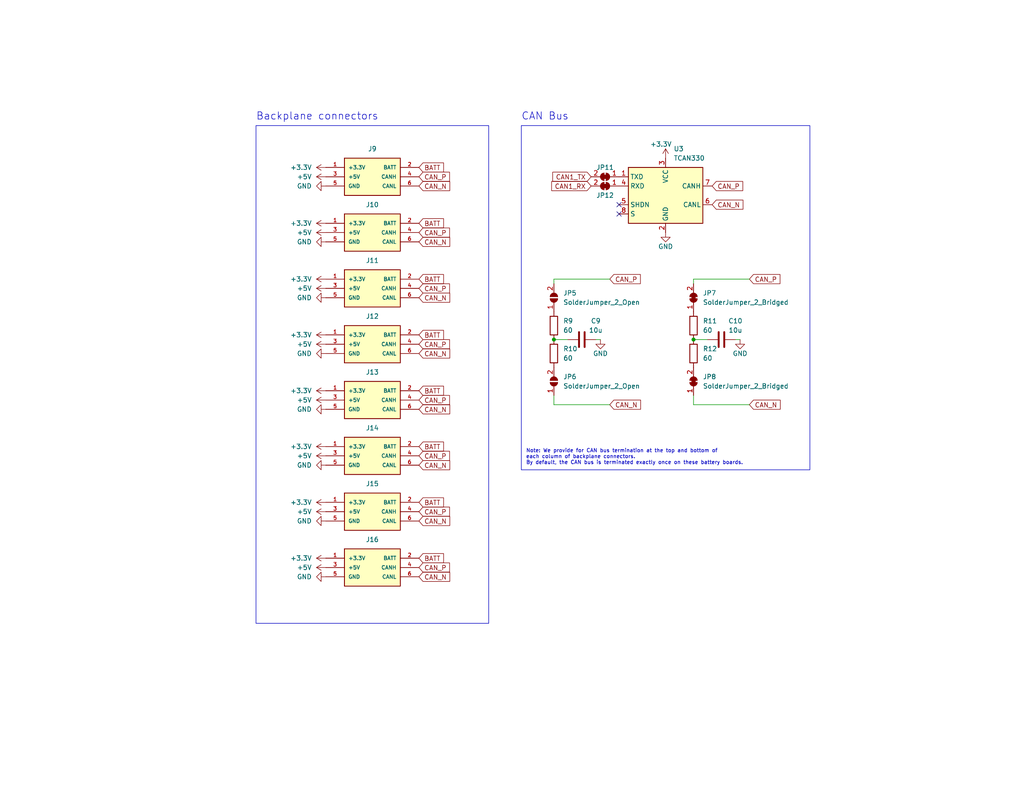
<source format=kicad_sch>
(kicad_sch (version 20230121) (generator eeschema)
  (paper "USLetter")
  (lib_symbols
    (symbol "Device:C" (pin_numbers hide) (pin_names (offset 0.254))
      (property "Reference" "C" (at 0.635 2.54 0))
      (property "Value" "C" (at 0.635 -2.54 0))
      (symbol "C_0_1"
        (polyline (pts (xy -2.032 -0.762) (xy 2.032 -0.762)) (stroke (width 0.508)))
        (polyline (pts (xy -2.032 0.762) (xy 2.032 0.762)) (stroke (width 0.508)))
      )
      (symbol "C_1_1"
        (pin passive line (at 0 3.81 270) (length 2.794) (name "~") (number "1"))
        (pin passive line (at 0 -3.81 90) (length 2.794) (name "~") (number "2"))
      )
    )
    (symbol "Device:R" (pin_numbers hide) (pin_names (offset 0))
      (property "Reference" "R" (at 2.032 0 90))
      (property "Value" "R" (at 0 0 90))
      (symbol "R_0_1"
        (rectangle (start -1.016 -2.54) (end 1.016 2.54) (stroke (width 0.254)))
      )
      (symbol "R_1_1"
        (pin passive line (at 0 3.81 270) (length 1.27) (name "~") (number "1"))
        (pin passive line (at 0 -3.81 90) (length 1.27) (name "~") (number "2"))
      )
    )
    (symbol "Interface_CAN_LIN:TCAN330"
      (property "Reference" "U" (at -10.16 8.89 0))
      (property "Value" "TCAN330" (at 2.54 8.89 0))
      (symbol "TCAN330_0_1"
        (rectangle (start -10.16 7.62) (end 10.16 -7.62) (stroke (width 0.254)) (fill (type background)))
      )
      (symbol "TCAN330_1_1"
        (pin input line (at -12.7 5.08 0) (length 2.54) (name "TXD") (number "1"))
        (pin power_in line (at 0 -10.16 90) (length 2.54) (name "GND") (number "2"))
        (pin power_in line (at 0 10.16 270) (length 2.54) (name "VCC") (number "3"))
        (pin tri_state line (at -12.7 2.54 0) (length 2.54) (name "RXD") (number "4"))
        (pin input line (at -12.7 -2.54 0) (length 2.54) (name "SHDN") (number "5"))
        (pin bidirectional line (at 12.7 -2.54 180) (length 2.54) (name "CANL") (number "6"))
        (pin bidirectional line (at 12.7 2.54 180) (length 2.54) (name "CANH") (number "7"))
        (pin input line (at -12.7 -5.08 0) (length 2.54) (name "S") (number "8"))
      )
    )
    (symbol "Jumper:SolderJumper_2_Bridged" (pin_names (offset 0) hide)
      (property "Reference" "JP" (at 0 2.032 0))
      (property "Value" "SolderJumper_2_Bridged" (at 0 -2.54 0))
      (symbol "SolderJumper_2_Bridged_0_1"
        (rectangle (start -0.508 0.508) (end 0.508 -0.508) (fill (type outline)))
        (arc (start -0.254 1.016) (mid -1.2656 0) (end -0.254 -1.016))
        (arc (start -0.254 1.016) (mid -1.2656 0) (end -0.254 -1.016) (fill (type outline)))
        (polyline (pts (xy -0.254 1.016) (xy -0.254 -1.016)))
        (polyline (pts (xy 0.254 1.016) (xy 0.254 -1.016)))
        (arc (start 0.254 -1.016) (mid 1.2656 0) (end 0.254 1.016))
        (arc (start 0.254 -1.016) (mid 1.2656 0) (end 0.254 1.016) (fill (type outline)))
      )
      (symbol "SolderJumper_2_Bridged_1_1"
        (pin passive line (at -3.81 0 0) (length 2.54) (name "A") (number "1"))
        (pin passive line (at 3.81 0 180) (length 2.54) (name "B") (number "2"))
      )
    )
    (symbol "Jumper:SolderJumper_2_Open" (pin_names (offset 0) hide)
      (property "Reference" "JP" (at 0 2.032 0))
      (property "Value" "SolderJumper_2_Open" (at 0 -2.54 0))
      (symbol "SolderJumper_2_Open_0_1"
        (arc (start -0.254 1.016) (mid -1.2656 0) (end -0.254 -1.016))
        (arc (start -0.254 1.016) (mid -1.2656 0) (end -0.254 -1.016) (fill (type outline)))
        (polyline (pts (xy -0.254 1.016) (xy -0.254 -1.016)))
        (polyline (pts (xy 0.254 1.016) (xy 0.254 -1.016)))
        (arc (start 0.254 -1.016) (mid 1.2656 0) (end 0.254 1.016))
        (arc (start 0.254 -1.016) (mid 1.2656 0) (end 0.254 1.016) (fill (type outline)))
      )
      (symbol "SolderJumper_2_Open_1_1"
        (pin passive line (at -3.81 0 0) (length 2.54) (name "A") (number "1"))
        (pin passive line (at 3.81 0 180) (length 2.54) (name "B") (number "2"))
      )
    )
    (symbol "TVSC:Backplane_Connector_Consumer" (pin_names (offset 1.016))
      (property "Reference" "J" (at 0 6.35 0))
      (symbol "Backplane_Connector_Consumer_0_0"
        (rectangle (start -7.62 -5.08) (end 7.62 5.08) (stroke (width 0.254)) (fill (type background)))
      )
      (symbol "Backplane_Connector_Consumer_1_0"
        (pin power_out line (at -12.7 2.54 0) (length 5.08) (name "+3.3V") (number "1"))
        (pin passive line (at 12.7 2.54 180) (length 5.08) (name "BATT") (number "2"))
        (pin power_out line (at -12.7 0 0) (length 5.08) (name "+5V") (number "3"))
        (pin bidirectional line (at 12.7 0 180) (length 5.08) (name "CANH") (number "4"))
        (pin power_out line (at -12.7 -2.54 0) (length 5.08) (name "GND") (number "5"))
        (pin bidirectional line (at 12.7 -2.54 180) (length 5.08) (name "CANL") (number "6"))
      )
    )
    (symbol "power:+3.3V" (power) (pin_names (offset 0))
      (property "Value" "+3.3V" (at 0 3.556 0))
      (symbol "+3.3V_0_1"
        (polyline (pts (xy -0.762 1.27) (xy 0 2.54)))
        (polyline (pts (xy 0 0) (xy 0 2.54)))
        (polyline (pts (xy 0 2.54) (xy 0.762 1.27)))
      )
      (symbol "+3.3V_1_1"
        (pin power_in line (at 0 0 90) (length 0) hide (name "+3.3V") (number "1"))
      )
    )
    (symbol "power:+5V" (power) (pin_names (offset 0))
      (property "Value" "+5V" (at 0 3.556 0))
      (symbol "+5V_0_1"
        (polyline (pts (xy -0.762 1.27) (xy 0 2.54)))
        (polyline (pts (xy 0 0) (xy 0 2.54)))
        (polyline (pts (xy 0 2.54) (xy 0.762 1.27)))
      )
      (symbol "+5V_1_1"
        (pin power_in line (at 0 0 90) (length 0) hide (name "+5V") (number "1"))
      )
    )
    (symbol "power:GND" (power) (pin_names (offset 0))
      (property "Value" "GND" (at 0 -3.81 0))
      (symbol "GND_0_1"
        (polyline (pts (xy 0 0) (xy 0 -1.27) (xy 1.27 -1.27) (xy 0 -2.54) (xy -1.27 -1.27) (xy 0 -1.27)))
      )
      (symbol "GND_1_1"
        (pin power_in line (at 0 0 270) (length 0) hide (name "GND") (number "1"))
      )
    )
  )
  (junction (at 189.23 92.71))
  (junction (at 151.13 92.71))
  (no_connect (at 168.91 55.88))
  (no_connect (at 168.91 58.42))
  (wire (pts (xy 193.04 92.71) (xy 189.23 92.71)))
  (wire (pts (xy 151.13 76.2) (xy 166.37 76.2)))
  (wire (pts (xy 162.56 92.71) (xy 163.83 92.71)))
  (wire (pts (xy 200.66 92.71) (xy 201.93 92.71)))
  (wire (pts (xy 151.13 76.2) (xy 151.13 77.47)))
  (wire (pts (xy 189.23 76.2) (xy 204.47 76.2)))
  (wire (pts (xy 189.23 76.2) (xy 189.23 77.47)))
  (wire (pts (xy 189.23 110.49) (xy 189.23 107.95)))
  (wire (pts (xy 151.13 110.49) (xy 166.37 110.49)))
  (wire (pts (xy 151.13 110.49) (xy 151.13 107.95)))
  (wire (pts (xy 189.23 110.49) (xy 204.47 110.49)))
  (wire (pts (xy 154.94 92.71) (xy 151.13 92.71)))
  (rectangle (start 69.85 34.29) (end 133.35 170.18))
  (rectangle (start 142.24 34.29) (end 220.98 128.27))
  (text "CAN Bus" (at 142.24 33.02 0) (effects (font (size 2 2)) (justify left bottom)))
  (text "Backplane connectors" (at 69.85 33.02 0) (effects (font (size 2 2)) (justify left bottom)))
  (text "Note: We provide for CAN bus termination at the top and bottom of\neach column of backplane connectors.\nBy default, the CAN bus is terminated exactly once on these battery boards." (at 143.51 127 0) (effects (font (size 1 1)) (justify left bottom)))
  (global_label "BATT" (shape input) (at 114.3 121.92 0) (property "Intersheetrefs" "${INTERSHEET_REFS}" (effects hide)))
  (global_label "CAN_P" (shape input) (at 114.3 63.5 0) (property "Intersheetrefs" "${INTERSHEET_REFS}" (effects hide)))
  (global_label "BATT" (shape input) (at 114.3 45.72 0) (property "Intersheetrefs" "${INTERSHEET_REFS}" (effects hide)))
  (global_label "CAN_N" (shape input) (at 114.3 142.24 0) (property "Intersheetrefs" "${INTERSHEET_REFS}" (effects hide)))
  (global_label "CAN_N" (shape input) (at 114.3 81.28 0) (property "Intersheetrefs" "${INTERSHEET_REFS}" (effects hide)))
  (global_label "BATT" (shape input) (at 114.3 152.4 0) (property "Intersheetrefs" "${INTERSHEET_REFS}" (effects hide)))
  (global_label "BATT" (shape input) (at 114.3 137.16 0) (property "Intersheetrefs" "${INTERSHEET_REFS}" (effects hide)))
  (global_label "CAN_P" (shape input) (at 114.3 78.74 0) (property "Intersheetrefs" "${INTERSHEET_REFS}" (effects hide)))
  (global_label "BATT" (shape input) (at 114.3 60.96 0) (property "Intersheetrefs" "${INTERSHEET_REFS}" (effects hide)))
  (global_label "CAN_P" (shape input) (at 194.31 50.8 0) (property "Intersheetrefs" "${INTERSHEET_REFS}" (effects hide)))
  (global_label "CAN_P" (shape input) (at 114.3 93.98 0) (property "Intersheetrefs" "${INTERSHEET_REFS}" (effects hide)))
  (global_label "CAN_N" (shape input) (at 114.3 96.52 0) (property "Intersheetrefs" "${INTERSHEET_REFS}" (effects hide)))
  (global_label "CAN_P" (shape input) (at 166.37 76.2 0) (property "Intersheetrefs" "${INTERSHEET_REFS}" (effects hide)))
  (global_label "CAN_P" (shape input) (at 114.3 124.46 0) (property "Intersheetrefs" "${INTERSHEET_REFS}" (effects hide)))
  (global_label "CAN_N" (shape input) (at 114.3 157.48 0) (property "Intersheetrefs" "${INTERSHEET_REFS}" (effects hide)))
  (global_label "CAN_N" (shape input) (at 166.37 110.49 0) (property "Intersheetrefs" "${INTERSHEET_REFS}" (effects hide)))
  (global_label "CAN_P" (shape input) (at 114.3 48.26 0) (property "Intersheetrefs" "${INTERSHEET_REFS}" (effects hide)))
  (global_label "CAN1_RX" (shape input) (at 161.29 50.8 180) (property "Intersheetrefs" "${INTERSHEET_REFS}" (effects hide)))
  (global_label "BATT" (shape input) (at 114.3 106.68 0) (property "Intersheetrefs" "${INTERSHEET_REFS}" (effects hide)))
  (global_label "BATT" (shape input) (at 114.3 76.2 0) (property "Intersheetrefs" "${INTERSHEET_REFS}" (effects hide)))
  (global_label "CAN_N" (shape input) (at 114.3 50.8 0) (property "Intersheetrefs" "${INTERSHEET_REFS}" (effects hide)))
  (global_label "CAN_P" (shape input) (at 114.3 139.7 0) (property "Intersheetrefs" "${INTERSHEET_REFS}" (effects hide)))
  (global_label "CAN_N" (shape input) (at 114.3 66.04 0) (property "Intersheetrefs" "${INTERSHEET_REFS}" (effects hide)))
  (global_label "CAN_P" (shape input) (at 204.47 76.2 0) (property "Intersheetrefs" "${INTERSHEET_REFS}" (effects hide)))
  (global_label "CAN1_TX" (shape input) (at 161.29 48.26 180) (property "Intersheetrefs" "${INTERSHEET_REFS}" (effects hide)))
  (global_label "CAN_N" (shape input) (at 114.3 111.76 0) (property "Intersheetrefs" "${INTERSHEET_REFS}" (effects hide)))
  (global_label "CAN_N" (shape input) (at 114.3 127 0) (property "Intersheetrefs" "${INTERSHEET_REFS}" (effects hide)))
  (global_label "CAN_P" (shape input) (at 114.3 154.94 0) (property "Intersheetrefs" "${INTERSHEET_REFS}" (effects hide)))
  (global_label "CAN_N" (shape input) (at 194.31 55.88 0) (property "Intersheetrefs" "${INTERSHEET_REFS}" (effects hide)))
  (global_label "CAN_P" (shape input) (at 114.3 109.22 0) (property "Intersheetrefs" "${INTERSHEET_REFS}" (effects hide)))
  (global_label "CAN_N" (shape input) (at 204.47 110.49 0) (property "Intersheetrefs" "${INTERSHEET_REFS}" (effects hide)))
  (global_label "BATT" (shape input) (at 114.3 91.44 0) (property "Intersheetrefs" "${INTERSHEET_REFS}" (effects hide)))
  (symbol (lib_id "power:GND") (at 163.83 92.71 0) (unit 1)
    (property "Reference" "#PWR067" (effects hide))
    (property "Value" "GND" (at 163.83 96.52 0))
  )
  (symbol (lib_id "power:+3.3V") (at 181.61 43.18 0) (unit 1)
    (property "Reference" "#PWR063" (effects hide))
    (property "Value" "+3.3V" (at 180.34 39.37 0))
  )
  (symbol (lib_id "power:GND") (at 201.93 92.71 0) (unit 1)
    (property "Reference" "#PWR068" (effects hide))
    (property "Value" "GND" (at 201.93 96.52 0))
  )
  (symbol (lib_id "TVSC:Backplane_Connector_Consumer") (at 101.6 93.98 0) (unit 1)
    (property "Reference" "J12" (at 101.6 86.36 0))
    (property "Value" "TE_Connectivity_7-5530843-7" (effects hide))
    (property "Footprint" "footprints:TE_Connectivity_7-5530843-7" (effects hide))
    (property "Datasheet" "https://www.te.com/commerce/DocumentDelivery/DDEController?Action=showdoc&DocId=Customer+Drawing%7F5530843%7FG1%7Fpdf%7FEnglish%7FENG_CD_5530843_G1.pdf" (effects hide))
    (property "Manufacturer" "TE Connectivity" (effects hide))
    (property "Manufacturer Part Number" "7-5530843-7" (effects hide))
    (property "MPN" "C4570400" (effects hide))
  )
  (symbol (lib_id "TVSC:Backplane_Connector_Consumer") (at 101.6 109.22 0) (unit 1)
    (property "Reference" "J13" (at 101.6 101.6 0))
    (property "Value" "TE_Connectivity_7-5530843-7" (effects hide))
    (property "Footprint" "footprints:TE_Connectivity_7-5530843-7" (effects hide))
    (property "Datasheet" "https://www.te.com/commerce/DocumentDelivery/DDEController?Action=showdoc&DocId=Customer+Drawing%7F5530843%7FG1%7Fpdf%7FEnglish%7FENG_CD_5530843_G1.pdf" (effects hide))
    (property "Manufacturer" "TE Connectivity" (effects hide))
    (property "Manufacturer Part Number" "7-5530843-7" (effects hide))
    (property "MPN" "C4570400" (effects hide))
  )
  (symbol (lib_id "power:GND") (at 181.61 63.5 0) (unit 1)
    (property "Reference" "#PWR064" (effects hide))
    (property "Value" "GND" (at 181.61 67.31 0))
  )
  (symbol (lib_id "power:GND") (at 88.9 66.04 270) (unit 1)
    (property "Reference" "#PWR044" (effects hide))
    (property "Value" "GND" (at 85.09 66.04 90) (effects (justify right)))
  )
  (symbol (lib_id "power:+5V") (at 88.9 139.7 90) (unit 1)
    (property "Reference" "#PWR058" (effects hide))
    (property "Value" "+5V" (at 85.09 139.7 90) (effects (justify left)))
  )
  (symbol (lib_id "Device:R") (at 151.13 88.9 0) (unit 1)
    (property "Reference" "R9" (at 153.67 87.63 0) (effects (justify left)))
    (property "Value" "60" (at 153.67 90.17 0) (effects (justify left)))
    (property "Footprint" "Resistor_SMD:R_0402_1005Metric" (effects hide))
  )
  (symbol (lib_id "power:+3.3V") (at 88.9 152.4 90) (unit 1)
    (property "Reference" "#PWR060" (effects hide))
    (property "Value" "+3.3V" (at 85.09 152.4 90) (effects (justify left)))
  )
  (symbol (lib_id "power:+5V") (at 88.9 93.98 90) (unit 1)
    (property "Reference" "#PWR049" (effects hide))
    (property "Value" "+5V" (at 85.09 93.98 90) (effects (justify left)))
  )
  (symbol (lib_id "Device:C") (at 158.75 92.71 90) (unit 1)
    (property "Reference" "C9" (at 162.56 87.63 90))
    (property "Value" "10u" (at 162.56 90.17 90))
    (property "Footprint" "Capacitor_SMD:C_0603_1608Metric" (effects hide))
    (property "MPN" "C19702" (effects hide))
    (property "Manufacturer" "Samsung Electro-Mechanics" (effects hide))
    (property "Manufacturer Part Number" "CL10A106KP8NNNC" (effects hide))
  )
  (symbol (lib_id "Interface_CAN_LIN:TCAN330") (at 181.61 53.34 0) (unit 1)
    (property "Reference" "U3" (at 183.8041 40.64 0) (effects (justify left)))
    (property "Value" "TCAN330" (at 183.8041 43.18 0) (effects (justify left)))
    (property "Footprint" "Package_TO_SOT_SMD:SOT-23-8" (effects hide))
    (property "Datasheet" "http://www.ti.com/lit/ds/symlink/tcan337.pdf" (effects hide))
    (property "Alternate" "TCAN332" (effects hide))
    (property "Manufacturer" "Texas Instruments" (effects hide))
    (property "Manufacturer Part Number" "TCAN330DCNR" (effects hide))
    (property "Active" "Y" (effects hide))
    (property "MPN" "C2877587" (effects hide))
  )
  (symbol (lib_id "power:+3.3V") (at 88.9 106.68 90) (unit 1)
    (property "Reference" "#PWR051" (effects hide))
    (property "Value" "+3.3V" (at 85.09 106.68 90) (effects (justify left)))
  )
  (symbol (lib_id "Device:R") (at 189.23 96.52 0) (unit 1)
    (property "Reference" "R12" (at 191.77 95.25 0) (effects (justify left)))
    (property "Value" "60" (at 191.77 97.79 0) (effects (justify left)))
    (property "Footprint" "Resistor_SMD:R_0402_1005Metric" (effects hide))
  )
  (symbol (lib_id "TVSC:Backplane_Connector_Consumer") (at 101.6 124.46 0) (unit 1)
    (property "Reference" "J14" (at 101.6 116.84 0))
    (property "Value" "TE_Connectivity_7-5530843-7" (effects hide))
    (property "Footprint" "footprints:TE_Connectivity_7-5530843-7" (effects hide))
    (property "Datasheet" "https://www.te.com/commerce/DocumentDelivery/DDEController?Action=showdoc&DocId=Customer+Drawing%7F5530843%7FG1%7Fpdf%7FEnglish%7FENG_CD_5530843_G1.pdf" (effects hide))
    (property "Manufacturer" "TE Connectivity" (effects hide))
    (property "Manufacturer Part Number" "7-5530843-7" (effects hide))
    (property "MPN" "C4570400" (effects hide))
  )
  (symbol (lib_id "Jumper:SolderJumper_2_Open") (at 151.13 81.28 90) (unit 1)
    (property "Reference" "JP5" (at 153.67 80.01 90) (effects (justify right)))
    (property "Value" "SolderJumper_2_Open" (at 153.67 82.55 90) (effects (justify right)))
    (property "Footprint" "Jumper:SolderJumper-2_P1.3mm_Open_RoundedPad1.0x1.5mm" (effects hide))
  )
  (symbol (lib_id "power:GND") (at 88.9 127 270) (unit 1)
    (property "Reference" "#PWR056" (effects hide))
    (property "Value" "GND" (at 85.09 127 90) (effects (justify right)))
  )
  (symbol (lib_id "power:+5V") (at 88.9 124.46 90) (unit 1)
    (property "Reference" "#PWR055" (effects hide))
    (property "Value" "+5V" (at 85.09 124.46 90) (effects (justify left)))
  )
  (symbol (lib_id "TVSC:Backplane_Connector_Consumer") (at 101.6 154.94 0) (unit 1)
    (property "Reference" "J16" (at 101.6 147.32 0))
    (property "Value" "TE_Connectivity_7-5530843-7" (effects hide))
    (property "Footprint" "footprints:TE_Connectivity_7-5530843-7" (effects hide))
    (property "Datasheet" "https://www.te.com/commerce/DocumentDelivery/DDEController?Action=showdoc&DocId=Customer+Drawing%7F5530843%7FG1%7Fpdf%7FEnglish%7FENG_CD_5530843_G1.pdf" (effects hide))
    (property "Manufacturer" "TE Connectivity" (effects hide))
    (property "Manufacturer Part Number" "7-5530843-7" (effects hide))
    (property "MPN" "C4570400" (effects hide))
  )
  (symbol (lib_id "power:+3.3V") (at 88.9 121.92 90) (unit 1)
    (property "Reference" "#PWR054" (effects hide))
    (property "Value" "+3.3V" (at 85.09 121.92 90) (effects (justify left)))
  )
  (symbol (lib_id "power:+3.3V") (at 88.9 91.44 90) (unit 1)
    (property "Reference" "#PWR048" (effects hide))
    (property "Value" "+3.3V" (at 85.09 91.44 90) (effects (justify left)))
  )
  (symbol (lib_id "power:+5V") (at 88.9 78.74 90) (unit 1)
    (property "Reference" "#PWR046" (effects hide))
    (property "Value" "+5V" (at 85.09 78.74 90) (effects (justify left)))
  )
  (symbol (lib_id "Jumper:SolderJumper_2_Bridged") (at 189.23 104.14 90) (unit 1)
    (property "Reference" "JP8" (at 191.77 102.87 90) (effects (justify right)))
    (property "Value" "SolderJumper_2_Bridged" (at 191.77 105.41 90) (effects (justify right)))
    (property "Footprint" "Jumper:SolderJumper-2_P1.3mm_Bridged_RoundedPad1.0x1.5mm" (effects hide))
  )
  (symbol (lib_id "Jumper:SolderJumper_2_Bridged") (at 189.23 81.28 90) (unit 1)
    (property "Reference" "JP7" (at 191.77 80.01 90) (effects (justify right)))
    (property "Value" "SolderJumper_2_Bridged" (at 191.77 82.55 90) (effects (justify right)))
    (property "Footprint" "Jumper:SolderJumper-2_P1.3mm_Bridged_RoundedPad1.0x1.5mm" (effects hide))
  )
  (symbol (lib_id "power:GND") (at 88.9 157.48 270) (unit 1)
    (property "Reference" "#PWR062" (effects hide))
    (property "Value" "GND" (at 85.09 157.48 90) (effects (justify right)))
  )
  (symbol (lib_id "Jumper:SolderJumper_2_Bridged") (at 165.1 48.26 180) (unit 1)
    (property "Reference" "JP11" (at 165.1 45.72 0))
    (property "Value" "SolderJumper_2_Bridged" (effects hide))
    (property "Footprint" "Jumper:SolderJumper-2_P1.3mm_Bridged_RoundedPad1.0x1.5mm" (effects hide))
  )
  (symbol (lib_id "power:+5V") (at 88.9 109.22 90) (unit 1)
    (property "Reference" "#PWR052" (effects hide))
    (property "Value" "+5V" (at 85.09 109.22 90) (effects (justify left)))
  )
  (symbol (lib_id "power:+3.3V") (at 88.9 137.16 90) (unit 1)
    (property "Reference" "#PWR057" (effects hide))
    (property "Value" "+3.3V" (at 85.09 137.16 90) (effects (justify left)))
  )
  (symbol (lib_id "Device:R") (at 151.13 96.52 0) (unit 1)
    (property "Reference" "R10" (at 153.67 95.25 0) (effects (justify left)))
    (property "Value" "60" (at 153.67 97.79 0) (effects (justify left)))
    (property "Footprint" "Resistor_SMD:R_0402_1005Metric" (effects hide))
  )
  (symbol (lib_id "power:+3.3V") (at 88.9 45.72 90) (unit 1)
    (property "Reference" "#PWR039" (effects hide))
    (property "Value" "+3.3V" (at 85.09 45.72 90) (effects (justify left)))
  )
  (symbol (lib_id "Jumper:SolderJumper_2_Bridged") (at 165.1 50.8 180) (unit 1)
    (property "Reference" "JP12" (at 165.1 53.34 0))
    (property "Value" "SolderJumper_2_Bridged" (effects hide))
    (property "Footprint" "Jumper:SolderJumper-2_P1.3mm_Bridged_RoundedPad1.0x1.5mm" (effects hide))
  )
  (symbol (lib_id "power:+5V") (at 88.9 63.5 90) (unit 1)
    (property "Reference" "#PWR043" (effects hide))
    (property "Value" "+5V" (at 85.09 63.5 90) (effects (justify left)))
  )
  (symbol (lib_id "power:+3.3V") (at 88.9 76.2 90) (unit 1)
    (property "Reference" "#PWR045" (effects hide))
    (property "Value" "+3.3V" (at 85.09 76.2 90) (effects (justify left)))
  )
  (symbol (lib_id "power:+5V") (at 88.9 154.94 90) (unit 1)
    (property "Reference" "#PWR061" (effects hide))
    (property "Value" "+5V" (at 85.09 154.94 90) (effects (justify left)))
  )
  (symbol (lib_id "power:GND") (at 88.9 142.24 270) (unit 1)
    (property "Reference" "#PWR059" (effects hide))
    (property "Value" "GND" (at 85.09 142.24 90) (effects (justify right)))
  )
  (symbol (lib_id "TVSC:Backplane_Connector_Consumer") (at 101.6 78.74 0) (unit 1)
    (property "Reference" "J11" (at 101.6 71.12 0))
    (property "Value" "TE_Connectivity_7-5530843-7" (effects hide))
    (property "Footprint" "footprints:TE_Connectivity_7-5530843-7" (effects hide))
    (property "Datasheet" "https://www.te.com/commerce/DocumentDelivery/DDEController?Action=showdoc&DocId=Customer+Drawing%7F5530843%7FG1%7Fpdf%7FEnglish%7FENG_CD_5530843_G1.pdf" (effects hide))
    (property "Manufacturer" "TE Connectivity" (effects hide))
    (property "Manufacturer Part Number" "7-5530843-7" (effects hide))
    (property "MPN" "C4570400" (effects hide))
  )
  (symbol (lib_id "TVSC:Backplane_Connector_Consumer") (at 101.6 63.5 0) (unit 1)
    (property "Reference" "J10" (at 101.6 55.88 0))
    (property "Value" "TE_Connectivity_7-5530843-7" (effects hide))
    (property "Footprint" "footprints:TE_Connectivity_7-5530843-7" (effects hide))
    (property "Datasheet" "https://www.te.com/commerce/DocumentDelivery/DDEController?Action=showdoc&DocId=Customer+Drawing%7F5530843%7FG1%7Fpdf%7FEnglish%7FENG_CD_5530843_G1.pdf" (effects hide))
    (property "Manufacturer" "TE Connectivity" (effects hide))
    (property "Manufacturer Part Number" "7-5530843-7" (effects hide))
    (property "MPN" "C4570400" (effects hide))
  )
  (symbol (lib_id "TVSC:Backplane_Connector_Consumer") (at 101.6 48.26 0) (unit 1)
    (property "Reference" "J9" (at 101.6 40.64 0))
    (property "Value" "TE_Connectivity_7-5530843-7" (effects hide))
    (property "Footprint" "footprints:TE_Connectivity_7-5530843-7" (effects hide))
    (property "Datasheet" "https://www.te.com/commerce/DocumentDelivery/DDEController?Action=showdoc&DocId=Customer+Drawing%7F5530843%7FG1%7Fpdf%7FEnglish%7FENG_CD_5530843_G1.pdf" (effects hide))
    (property "Manufacturer" "TE Connectivity" (effects hide))
    (property "Manufacturer Part Number" "7-5530843-7" (effects hide))
    (property "MPN" "C4570400" (effects hide))
  )
  (symbol (lib_id "power:GND") (at 88.9 50.8 270) (unit 1)
    (property "Reference" "#PWR041" (effects hide))
    (property "Value" "GND" (at 85.09 50.8 90) (effects (justify right)))
  )
  (symbol (lib_id "power:GND") (at 88.9 81.28 270) (unit 1)
    (property "Reference" "#PWR047" (effects hide))
    (property "Value" "GND" (at 85.09 81.28 90) (effects (justify right)))
  )
  (symbol (lib_id "TVSC:Backplane_Connector_Consumer") (at 101.6 139.7 0) (unit 1)
    (property "Reference" "J15" (at 101.6 132.08 0))
    (property "Value" "TE_Connectivity_7-5530843-7" (effects hide))
    (property "Footprint" "footprints:TE_Connectivity_7-5530843-7" (effects hide))
    (property "Datasheet" "https://www.te.com/commerce/DocumentDelivery/DDEController?Action=showdoc&DocId=Customer+Drawing%7F5530843%7FG1%7Fpdf%7FEnglish%7FENG_CD_5530843_G1.pdf" (effects hide))
    (property "Manufacturer" "TE Connectivity" (effects hide))
    (property "Manufacturer Part Number" "7-5530843-7" (effects hide))
    (property "MPN" "C4570400" (effects hide))
  )
  (symbol (lib_id "Device:R") (at 189.23 88.9 0) (unit 1)
    (property "Reference" "R11" (at 191.77 87.63 0) (effects (justify left)))
    (property "Value" "60" (at 191.77 90.17 0) (effects (justify left)))
    (property "Footprint" "Resistor_SMD:R_0402_1005Metric" (effects hide))
  )
  (symbol (lib_id "power:GND") (at 88.9 96.52 270) (unit 1)
    (property "Reference" "#PWR050" (effects hide))
    (property "Value" "GND" (at 85.09 96.52 90) (effects (justify right)))
  )
  (symbol (lib_id "power:GND") (at 88.9 111.76 270) (unit 1)
    (property "Reference" "#PWR053" (effects hide))
    (property "Value" "GND" (at 85.09 111.76 90) (effects (justify right)))
  )
  (symbol (lib_id "power:+5V") (at 88.9 48.26 90) (unit 1)
    (property "Reference" "#PWR040" (effects hide))
    (property "Value" "+5V" (at 85.09 48.26 90) (effects (justify left)))
  )
  (symbol (lib_id "Jumper:SolderJumper_2_Open") (at 151.13 104.14 90) (unit 1)
    (property "Reference" "JP6" (at 153.67 102.87 90) (effects (justify right)))
    (property "Value" "SolderJumper_2_Open" (at 153.67 105.41 90) (effects (justify right)))
    (property "Footprint" "Jumper:SolderJumper-2_P1.3mm_Open_RoundedPad1.0x1.5mm" (effects hide))
  )
  (symbol (lib_id "Device:C") (at 196.85 92.71 90) (unit 1)
    (property "Reference" "C10" (at 200.66 87.63 90))
    (property "Value" "10u" (at 200.66 90.17 90))
    (property "Footprint" "Capacitor_SMD:C_0603_1608Metric" (effects hide))
    (property "MPN" "C19702" (effects hide))
    (property "Manufacturer" "Samsung Electro-Mechanics" (effects hide))
    (property "Manufacturer Part Number" "CL10A106KP8NNNC" (effects hide))
  )
  (symbol (lib_id "power:+3.3V") (at 88.9 60.96 90) (unit 1)
    (property "Reference" "#PWR042" (effects hide))
    (property "Value" "+3.3V" (at 85.09 60.96 90) (effects (justify left)))
  )
)
</source>
